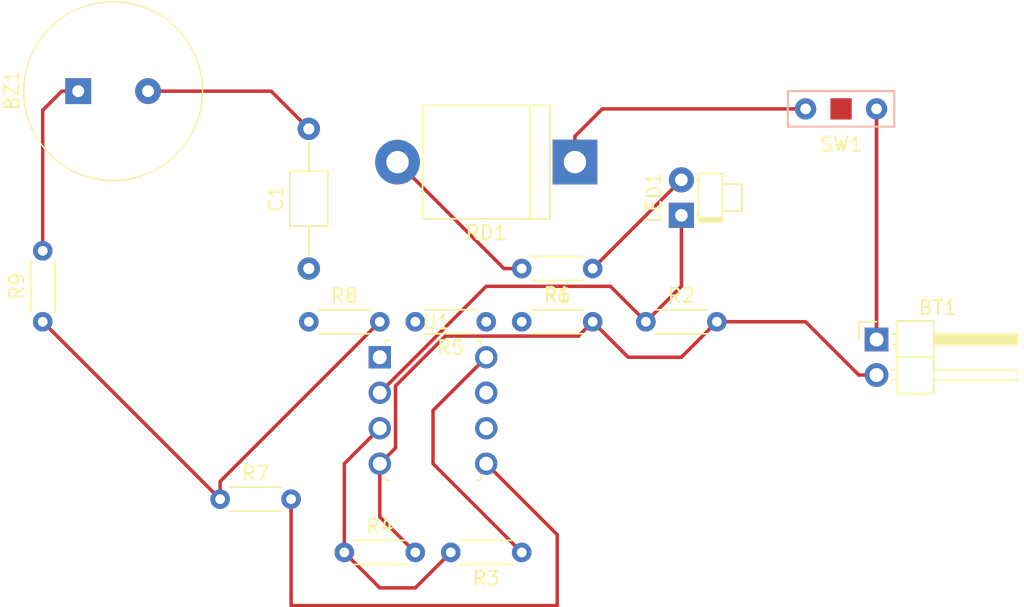
<source format=kicad_pcb>
(kicad_pcb (version 20171130) (host pcbnew "(5.0.0)")

  (general
    (thickness 1.6)
    (drawings 0)
    (tracks 49)
    (zones 0)
    (modules 16)
    (nets 13)
  )

  (page A4)
  (layers
    (0 F.Cu power)
    (31 B.Cu power)
    (32 B.Adhes user)
    (33 F.Adhes user)
    (34 B.Paste user)
    (35 F.Paste user)
    (36 B.SilkS user)
    (37 F.SilkS user)
    (38 B.Mask user)
    (39 F.Mask user)
    (40 Dwgs.User user)
    (41 Cmts.User user)
    (42 Eco1.User user)
    (43 Eco2.User user)
    (44 Edge.Cuts user)
    (45 Margin user)
    (46 B.CrtYd user)
    (47 F.CrtYd user)
    (48 B.Fab user)
    (49 F.Fab user)
  )

  (setup
    (last_trace_width 0.25)
    (trace_clearance 0.2)
    (zone_clearance 0.508)
    (zone_45_only no)
    (trace_min 0.2)
    (segment_width 0.2)
    (edge_width 0.15)
    (via_size 0.6)
    (via_drill 0.4)
    (via_min_size 0.4)
    (via_min_drill 0.3)
    (uvia_size 0.3)
    (uvia_drill 0.1)
    (uvias_allowed no)
    (uvia_min_size 0.2)
    (uvia_min_drill 0.1)
    (pcb_text_width 0.3)
    (pcb_text_size 1.5 1.5)
    (mod_edge_width 0.15)
    (mod_text_size 1 1)
    (mod_text_width 0.15)
    (pad_size 1.524 1.524)
    (pad_drill 0.762)
    (pad_to_mask_clearance 0.2)
    (aux_axis_origin 0 0)
    (visible_elements 7FFFFFFF)
    (pcbplotparams
      (layerselection 0x00030_80000001)
      (usegerberextensions false)
      (usegerberattributes false)
      (usegerberadvancedattributes false)
      (creategerberjobfile false)
      (excludeedgelayer true)
      (linewidth 0.100000)
      (plotframeref false)
      (viasonmask false)
      (mode 1)
      (useauxorigin false)
      (hpglpennumber 1)
      (hpglpenspeed 20)
      (hpglpendiameter 15.000000)
      (psnegative false)
      (psa4output false)
      (plotreference true)
      (plotvalue true)
      (plotinvisibletext false)
      (padsonsilk false)
      (subtractmaskfromsilk false)
      (outputformat 1)
      (mirror false)
      (drillshape 0)
      (scaleselection 1)
      (outputdirectory ""))
  )

  (net 0 "")
  (net 1 "Net-(BZ1-Pad1)")
  (net 2 GND)
  (net 3 "Net-(R5-Pad2)")
  (net 4 "Net-(LED1-Pad1)")
  (net 5 "Net-(R3-Pad2)")
  (net 6 "Net-(R5-Pad1)")
  (net 7 "Net-(C1-Pad1)")
  (net 8 +9V)
  (net 9 "Net-(LED1-Pad2)")
  (net 10 "Net-(R1-Pad2)")
  (net 11 "Net-(RD1-Pad1)")
  (net 12 /Link)

  (net_class Default "This is the default net class."
    (clearance 0.2)
    (trace_width 0.25)
    (via_dia 0.6)
    (via_drill 0.4)
    (uvia_dia 0.3)
    (uvia_drill 0.1)
    (add_net +9V)
    (add_net /Link)
    (add_net GND)
    (add_net "Net-(BZ1-Pad1)")
    (add_net "Net-(C1-Pad1)")
    (add_net "Net-(LED1-Pad1)")
    (add_net "Net-(LED1-Pad2)")
    (add_net "Net-(R1-Pad2)")
    (add_net "Net-(R3-Pad2)")
    (add_net "Net-(R5-Pad1)")
    (add_net "Net-(R5-Pad2)")
    (add_net "Net-(RD1-Pad1)")
  )

  (module Pin_Headers:Pin_Header_Angled_1x02_Pitch2.54mm (layer F.Cu) (tedit 59650532) (tstamp 5B3E79B5)
    (at 182.88 110.49)
    (descr "Through hole angled pin header, 1x02, 2.54mm pitch, 6mm pin length, single row")
    (tags "Through hole angled pin header THT 1x02 2.54mm single row")
    (path /5B1A0D05)
    (fp_text reference BT1 (at 4.385 -2.27) (layer F.SilkS)
      (effects (font (size 1 1) (thickness 0.15)))
    )
    (fp_text value Battery (at 4.385 4.81) (layer F.Fab)
      (effects (font (size 1 1) (thickness 0.15)))
    )
    (fp_line (start 2.135 -1.27) (end 4.04 -1.27) (layer F.Fab) (width 0.1))
    (fp_line (start 4.04 -1.27) (end 4.04 3.81) (layer F.Fab) (width 0.1))
    (fp_line (start 4.04 3.81) (end 1.5 3.81) (layer F.Fab) (width 0.1))
    (fp_line (start 1.5 3.81) (end 1.5 -0.635) (layer F.Fab) (width 0.1))
    (fp_line (start 1.5 -0.635) (end 2.135 -1.27) (layer F.Fab) (width 0.1))
    (fp_line (start -0.32 -0.32) (end 1.5 -0.32) (layer F.Fab) (width 0.1))
    (fp_line (start -0.32 -0.32) (end -0.32 0.32) (layer F.Fab) (width 0.1))
    (fp_line (start -0.32 0.32) (end 1.5 0.32) (layer F.Fab) (width 0.1))
    (fp_line (start 4.04 -0.32) (end 10.04 -0.32) (layer F.Fab) (width 0.1))
    (fp_line (start 10.04 -0.32) (end 10.04 0.32) (layer F.Fab) (width 0.1))
    (fp_line (start 4.04 0.32) (end 10.04 0.32) (layer F.Fab) (width 0.1))
    (fp_line (start -0.32 2.22) (end 1.5 2.22) (layer F.Fab) (width 0.1))
    (fp_line (start -0.32 2.22) (end -0.32 2.86) (layer F.Fab) (width 0.1))
    (fp_line (start -0.32 2.86) (end 1.5 2.86) (layer F.Fab) (width 0.1))
    (fp_line (start 4.04 2.22) (end 10.04 2.22) (layer F.Fab) (width 0.1))
    (fp_line (start 10.04 2.22) (end 10.04 2.86) (layer F.Fab) (width 0.1))
    (fp_line (start 4.04 2.86) (end 10.04 2.86) (layer F.Fab) (width 0.1))
    (fp_line (start 1.44 -1.33) (end 1.44 3.87) (layer F.SilkS) (width 0.12))
    (fp_line (start 1.44 3.87) (end 4.1 3.87) (layer F.SilkS) (width 0.12))
    (fp_line (start 4.1 3.87) (end 4.1 -1.33) (layer F.SilkS) (width 0.12))
    (fp_line (start 4.1 -1.33) (end 1.44 -1.33) (layer F.SilkS) (width 0.12))
    (fp_line (start 4.1 -0.38) (end 10.1 -0.38) (layer F.SilkS) (width 0.12))
    (fp_line (start 10.1 -0.38) (end 10.1 0.38) (layer F.SilkS) (width 0.12))
    (fp_line (start 10.1 0.38) (end 4.1 0.38) (layer F.SilkS) (width 0.12))
    (fp_line (start 4.1 -0.32) (end 10.1 -0.32) (layer F.SilkS) (width 0.12))
    (fp_line (start 4.1 -0.2) (end 10.1 -0.2) (layer F.SilkS) (width 0.12))
    (fp_line (start 4.1 -0.08) (end 10.1 -0.08) (layer F.SilkS) (width 0.12))
    (fp_line (start 4.1 0.04) (end 10.1 0.04) (layer F.SilkS) (width 0.12))
    (fp_line (start 4.1 0.16) (end 10.1 0.16) (layer F.SilkS) (width 0.12))
    (fp_line (start 4.1 0.28) (end 10.1 0.28) (layer F.SilkS) (width 0.12))
    (fp_line (start 1.11 -0.38) (end 1.44 -0.38) (layer F.SilkS) (width 0.12))
    (fp_line (start 1.11 0.38) (end 1.44 0.38) (layer F.SilkS) (width 0.12))
    (fp_line (start 1.44 1.27) (end 4.1 1.27) (layer F.SilkS) (width 0.12))
    (fp_line (start 4.1 2.16) (end 10.1 2.16) (layer F.SilkS) (width 0.12))
    (fp_line (start 10.1 2.16) (end 10.1 2.92) (layer F.SilkS) (width 0.12))
    (fp_line (start 10.1 2.92) (end 4.1 2.92) (layer F.SilkS) (width 0.12))
    (fp_line (start 1.042929 2.16) (end 1.44 2.16) (layer F.SilkS) (width 0.12))
    (fp_line (start 1.042929 2.92) (end 1.44 2.92) (layer F.SilkS) (width 0.12))
    (fp_line (start -1.27 0) (end -1.27 -1.27) (layer F.SilkS) (width 0.12))
    (fp_line (start -1.27 -1.27) (end 0 -1.27) (layer F.SilkS) (width 0.12))
    (fp_line (start -1.8 -1.8) (end -1.8 4.35) (layer F.CrtYd) (width 0.05))
    (fp_line (start -1.8 4.35) (end 10.55 4.35) (layer F.CrtYd) (width 0.05))
    (fp_line (start 10.55 4.35) (end 10.55 -1.8) (layer F.CrtYd) (width 0.05))
    (fp_line (start 10.55 -1.8) (end -1.8 -1.8) (layer F.CrtYd) (width 0.05))
    (fp_text user %R (at 2.77 1.27 90) (layer F.Fab)
      (effects (font (size 1 1) (thickness 0.15)))
    )
    (pad 1 thru_hole rect (at 0 0) (size 1.7 1.7) (drill 1) (layers *.Cu *.Mask)
      (net 8 +9V))
    (pad 2 thru_hole oval (at 0 2.54) (size 1.7 1.7) (drill 1) (layers *.Cu *.Mask)
      (net 2 GND))
    (model ${KISYS3DMOD}/Pin_Headers.3dshapes/Pin_Header_Angled_1x02_Pitch2.54mm.wrl
      (at (xyz 0 0 0))
      (scale (xyz 1 1 1))
      (rotate (xyz 0 0 0))
    )
  )

  (module digikey-footprints:Piezo_Transducer_THT_PS1240P02BT (layer F.Cu) (tedit 59D244F6) (tstamp 5B3E79BB)
    (at 125.73 92.71 90)
    (path /5AE1D2D9)
    (fp_text reference BZ1 (at 0.075 -4.75 90) (layer F.SilkS)
      (effects (font (size 1 1) (thickness 0.15)))
    )
    (fp_text value PS1240P02BT (at 0.575 9.825 90) (layer F.Fab)
      (effects (font (size 1 1) (thickness 0.15)))
    )
    (fp_circle (center 0 2.5) (end 0 8.9) (layer F.SilkS) (width 0.1))
    (fp_text user %R (at -0.1 2.75 90) (layer F.Fab)
      (effects (font (size 1 1) (thickness 0.15)))
    )
    (fp_circle (center 0 2.5) (end 0 9) (layer F.CrtYd) (width 0.05))
    (fp_circle (center 0 2.5) (end 0 8.75) (layer F.Fab) (width 0.1))
    (pad 1 thru_hole rect (at 0 0 90) (size 1.85 1.85) (drill 0.85) (layers *.Cu *.Mask)
      (net 1 "Net-(BZ1-Pad1)"))
    (pad 2 thru_hole circle (at 0 5 90) (size 1.85 1.85) (drill 0.85) (layers *.Cu *.Mask)
      (net 2 GND))
  )

  (module Capacitors_THT:C_Axial_L3.8mm_D2.6mm_P10.00mm_Horizontal (layer F.Cu) (tedit 597BC7C2) (tstamp 5B3E79C1)
    (at 142.24 105.41 90)
    (descr "C, Axial series, Axial, Horizontal, pin pitch=10mm, , length*diameter=3.8*2.6mm^2, http://www.vishay.com/docs/45231/arseries.pdf")
    (tags "C Axial series Axial Horizontal pin pitch 10mm  length 3.8mm diameter 2.6mm")
    (path /5AE1D652)
    (fp_text reference C1 (at 5 -2.36 90) (layer F.SilkS)
      (effects (font (size 1 1) (thickness 0.15)))
    )
    (fp_text value 15n (at 5 2.36 90) (layer F.Fab)
      (effects (font (size 1 1) (thickness 0.15)))
    )
    (fp_line (start 3.1 -1.3) (end 3.1 1.3) (layer F.Fab) (width 0.1))
    (fp_line (start 3.1 1.3) (end 6.9 1.3) (layer F.Fab) (width 0.1))
    (fp_line (start 6.9 1.3) (end 6.9 -1.3) (layer F.Fab) (width 0.1))
    (fp_line (start 6.9 -1.3) (end 3.1 -1.3) (layer F.Fab) (width 0.1))
    (fp_line (start 0 0) (end 3.1 0) (layer F.Fab) (width 0.1))
    (fp_line (start 10 0) (end 6.9 0) (layer F.Fab) (width 0.1))
    (fp_line (start 3.04 -1.36) (end 3.04 1.36) (layer F.SilkS) (width 0.12))
    (fp_line (start 3.04 1.36) (end 6.96 1.36) (layer F.SilkS) (width 0.12))
    (fp_line (start 6.96 1.36) (end 6.96 -1.36) (layer F.SilkS) (width 0.12))
    (fp_line (start 6.96 -1.36) (end 3.04 -1.36) (layer F.SilkS) (width 0.12))
    (fp_line (start 0.98 0) (end 3.04 0) (layer F.SilkS) (width 0.12))
    (fp_line (start 9.02 0) (end 6.96 0) (layer F.SilkS) (width 0.12))
    (fp_line (start -1.05 -1.65) (end -1.05 1.65) (layer F.CrtYd) (width 0.05))
    (fp_line (start -1.05 1.65) (end 11.05 1.65) (layer F.CrtYd) (width 0.05))
    (fp_line (start 11.05 1.65) (end 11.05 -1.65) (layer F.CrtYd) (width 0.05))
    (fp_line (start 11.05 -1.65) (end -1.05 -1.65) (layer F.CrtYd) (width 0.05))
    (fp_text user %R (at 5 0 90) (layer F.Fab)
      (effects (font (size 1 1) (thickness 0.15)))
    )
    (pad 1 thru_hole circle (at 0 0 90) (size 1.6 1.6) (drill 0.8) (layers *.Cu *.Mask)
      (net 7 "Net-(C1-Pad1)"))
    (pad 2 thru_hole oval (at 10 0 90) (size 1.6 1.6) (drill 0.8) (layers *.Cu *.Mask)
      (net 2 GND))
    (model ${KISYS3DMOD}/Capacitors_THT.3dshapes/C_Axial_L3.8mm_D2.6mm_P10.00mm_Horizontal.wrl
      (at (xyz 0 0 0))
      (scale (xyz 1 1 1))
      (rotate (xyz 0 0 0))
    )
  )

  (module LEDs:LED_D1.8mm_W1.8mm_H2.4mm_Horizontal_O1.27mm_Z1.6mm (layer F.Cu) (tedit 5880A863) (tstamp 5B3E79CD)
    (at 168.91 101.6 90)
    (descr "LED, ,  diameter 1.8mm size 1.8x2.4mm^2 z-position of LED center 1.6mm, 2 pins")
    (tags "LED   diameter 1.8mm size 1.8x2.4mm^2 z-position of LED center 1.6mm 2 pins")
    (path /5AD744BB)
    (fp_text reference LED1 (at 1.27 -1.96 90) (layer F.SilkS)
      (effects (font (size 1 1) (thickness 0.15)))
    )
    (fp_text value LED (at 1.27 5.33 90) (layer F.Fab)
      (effects (font (size 1 1) (thickness 0.15)))
    )
    (fp_line (start -0.38 1.27) (end -0.38 2.87) (layer F.Fab) (width 0.1))
    (fp_line (start -0.38 2.87) (end 2.92 2.87) (layer F.Fab) (width 0.1))
    (fp_line (start 2.92 2.87) (end 2.92 1.27) (layer F.Fab) (width 0.1))
    (fp_line (start 2.92 1.27) (end -0.38 1.27) (layer F.Fab) (width 0.1))
    (fp_line (start 0.37 2.87) (end 0.37 4.27) (layer F.Fab) (width 0.1))
    (fp_line (start 0.37 4.27) (end 2.17 4.27) (layer F.Fab) (width 0.1))
    (fp_line (start 2.17 4.27) (end 2.17 2.87) (layer F.Fab) (width 0.1))
    (fp_line (start 2.17 2.87) (end 0.37 2.87) (layer F.Fab) (width 0.1))
    (fp_line (start 0 0) (end 0 1.27) (layer F.Fab) (width 0.1))
    (fp_line (start 0 1.27) (end 0 1.27) (layer F.Fab) (width 0.1))
    (fp_line (start 0 1.27) (end 0 0) (layer F.Fab) (width 0.1))
    (fp_line (start 0 0) (end 0 0) (layer F.Fab) (width 0.1))
    (fp_line (start 2.54 0) (end 2.54 1.27) (layer F.Fab) (width 0.1))
    (fp_line (start 2.54 1.27) (end 2.54 1.27) (layer F.Fab) (width 0.1))
    (fp_line (start 2.54 1.27) (end 2.54 0) (layer F.Fab) (width 0.1))
    (fp_line (start 2.54 0) (end 2.54 0) (layer F.Fab) (width 0.1))
    (fp_line (start -0.44 1.21) (end -0.44 2.93) (layer F.SilkS) (width 0.12))
    (fp_line (start -0.44 2.93) (end 2.98 2.93) (layer F.SilkS) (width 0.12))
    (fp_line (start 2.98 2.93) (end 2.98 1.21) (layer F.SilkS) (width 0.12))
    (fp_line (start 2.98 1.21) (end -0.44 1.21) (layer F.SilkS) (width 0.12))
    (fp_line (start -0.32 1.21) (end -0.32 2.93) (layer F.SilkS) (width 0.12))
    (fp_line (start -0.2 1.21) (end -0.2 2.93) (layer F.SilkS) (width 0.12))
    (fp_line (start 0.31 2.93) (end 0.31 4.33) (layer F.SilkS) (width 0.12))
    (fp_line (start 0.31 4.33) (end 2.23 4.33) (layer F.SilkS) (width 0.12))
    (fp_line (start 2.23 4.33) (end 2.23 2.93) (layer F.SilkS) (width 0.12))
    (fp_line (start 2.23 2.93) (end 0.31 2.93) (layer F.SilkS) (width 0.12))
    (fp_line (start 0 1.08) (end 0 1.21) (layer F.SilkS) (width 0.12))
    (fp_line (start 0 1.21) (end 0 1.21) (layer F.SilkS) (width 0.12))
    (fp_line (start 0 1.21) (end 0 1.08) (layer F.SilkS) (width 0.12))
    (fp_line (start 0 1.08) (end 0 1.08) (layer F.SilkS) (width 0.12))
    (fp_line (start 2.54 1.08) (end 2.54 1.21) (layer F.SilkS) (width 0.12))
    (fp_line (start 2.54 1.21) (end 2.54 1.21) (layer F.SilkS) (width 0.12))
    (fp_line (start 2.54 1.21) (end 2.54 1.08) (layer F.SilkS) (width 0.12))
    (fp_line (start 2.54 1.08) (end 2.54 1.08) (layer F.SilkS) (width 0.12))
    (fp_line (start -1.25 -1.25) (end -1.25 4.6) (layer F.CrtYd) (width 0.05))
    (fp_line (start -1.25 4.6) (end 3.75 4.6) (layer F.CrtYd) (width 0.05))
    (fp_line (start 3.75 4.6) (end 3.75 -1.25) (layer F.CrtYd) (width 0.05))
    (fp_line (start 3.75 -1.25) (end -1.25 -1.25) (layer F.CrtYd) (width 0.05))
    (pad 1 thru_hole rect (at 0 0 90) (size 1.8 1.8) (drill 0.9) (layers *.Cu *.Mask)
      (net 4 "Net-(LED1-Pad1)"))
    (pad 2 thru_hole circle (at 2.54 0 90) (size 1.8 1.8) (drill 0.9) (layers *.Cu *.Mask)
      (net 9 "Net-(LED1-Pad2)"))
    (model ${KISYS3DMOD}/LEDs.3dshapes/LED_D1.8mm_W1.8mm_H2.4mm_Horizontal_O1.27mm_Z1.6mm.wrl
      (at (xyz 0 0 0))
      (scale (xyz 0.393701 0.393701 0.393701))
      (rotate (xyz 0 0 0))
    )
  )

  (module Resistors_THT:R_Axial_DIN0204_L3.6mm_D1.6mm_P5.08mm_Horizontal (layer F.Cu) (tedit 5874F706) (tstamp 5B3E79D3)
    (at 162.56 105.41 180)
    (descr "Resistor, Axial_DIN0204 series, Axial, Horizontal, pin pitch=5.08mm, 0.16666666666666666W = 1/6W, length*diameter=3.6*1.6mm^2, http://cdn-reichelt.de/documents/datenblatt/B400/1_4W%23YAG.pdf")
    (tags "Resistor Axial_DIN0204 series Axial Horizontal pin pitch 5.08mm 0.16666666666666666W = 1/6W length 3.6mm diameter 1.6mm")
    (path /5AD744F4)
    (fp_text reference R1 (at 2.54 -1.86 180) (layer F.SilkS)
      (effects (font (size 1 1) (thickness 0.15)))
    )
    (fp_text value 6K8 (at 2.54 1.86 180) (layer F.Fab)
      (effects (font (size 1 1) (thickness 0.15)))
    )
    (fp_line (start 0.74 -0.8) (end 0.74 0.8) (layer F.Fab) (width 0.1))
    (fp_line (start 0.74 0.8) (end 4.34 0.8) (layer F.Fab) (width 0.1))
    (fp_line (start 4.34 0.8) (end 4.34 -0.8) (layer F.Fab) (width 0.1))
    (fp_line (start 4.34 -0.8) (end 0.74 -0.8) (layer F.Fab) (width 0.1))
    (fp_line (start 0 0) (end 0.74 0) (layer F.Fab) (width 0.1))
    (fp_line (start 5.08 0) (end 4.34 0) (layer F.Fab) (width 0.1))
    (fp_line (start 0.68 -0.86) (end 4.4 -0.86) (layer F.SilkS) (width 0.12))
    (fp_line (start 0.68 0.86) (end 4.4 0.86) (layer F.SilkS) (width 0.12))
    (fp_line (start -0.95 -1.15) (end -0.95 1.15) (layer F.CrtYd) (width 0.05))
    (fp_line (start -0.95 1.15) (end 6.05 1.15) (layer F.CrtYd) (width 0.05))
    (fp_line (start 6.05 1.15) (end 6.05 -1.15) (layer F.CrtYd) (width 0.05))
    (fp_line (start 6.05 -1.15) (end -0.95 -1.15) (layer F.CrtYd) (width 0.05))
    (pad 1 thru_hole circle (at 0 0 180) (size 1.4 1.4) (drill 0.7) (layers *.Cu *.Mask)
      (net 9 "Net-(LED1-Pad2)"))
    (pad 2 thru_hole oval (at 5.08 0 180) (size 1.4 1.4) (drill 0.7) (layers *.Cu *.Mask)
      (net 10 "Net-(R1-Pad2)"))
    (model ${KISYS3DMOD}/Resistors_THT.3dshapes/R_Axial_DIN0204_L3.6mm_D1.6mm_P5.08mm_Horizontal.wrl
      (at (xyz 0 0 0))
      (scale (xyz 0.393701 0.393701 0.393701))
      (rotate (xyz 0 0 0))
    )
  )

  (module Resistors_THT:R_Axial_DIN0204_L3.6mm_D1.6mm_P5.08mm_Horizontal (layer F.Cu) (tedit 5874F706) (tstamp 5B3E79D9)
    (at 166.37 109.22)
    (descr "Resistor, Axial_DIN0204 series, Axial, Horizontal, pin pitch=5.08mm, 0.16666666666666666W = 1/6W, length*diameter=3.6*1.6mm^2, http://cdn-reichelt.de/documents/datenblatt/B400/1_4W%23YAG.pdf")
    (tags "Resistor Axial_DIN0204 series Axial Horizontal pin pitch 5.08mm 0.16666666666666666W = 1/6W length 3.6mm diameter 1.6mm")
    (path /5AD8934C)
    (fp_text reference R2 (at 2.54 -1.86) (layer F.SilkS)
      (effects (font (size 1 1) (thickness 0.15)))
    )
    (fp_text value 47R (at 2.54 1.86) (layer F.Fab)
      (effects (font (size 1 1) (thickness 0.15)))
    )
    (fp_line (start 0.74 -0.8) (end 0.74 0.8) (layer F.Fab) (width 0.1))
    (fp_line (start 0.74 0.8) (end 4.34 0.8) (layer F.Fab) (width 0.1))
    (fp_line (start 4.34 0.8) (end 4.34 -0.8) (layer F.Fab) (width 0.1))
    (fp_line (start 4.34 -0.8) (end 0.74 -0.8) (layer F.Fab) (width 0.1))
    (fp_line (start 0 0) (end 0.74 0) (layer F.Fab) (width 0.1))
    (fp_line (start 5.08 0) (end 4.34 0) (layer F.Fab) (width 0.1))
    (fp_line (start 0.68 -0.86) (end 4.4 -0.86) (layer F.SilkS) (width 0.12))
    (fp_line (start 0.68 0.86) (end 4.4 0.86) (layer F.SilkS) (width 0.12))
    (fp_line (start -0.95 -1.15) (end -0.95 1.15) (layer F.CrtYd) (width 0.05))
    (fp_line (start -0.95 1.15) (end 6.05 1.15) (layer F.CrtYd) (width 0.05))
    (fp_line (start 6.05 1.15) (end 6.05 -1.15) (layer F.CrtYd) (width 0.05))
    (fp_line (start 6.05 -1.15) (end -0.95 -1.15) (layer F.CrtYd) (width 0.05))
    (pad 1 thru_hole circle (at 0 0) (size 1.4 1.4) (drill 0.7) (layers *.Cu *.Mask)
      (net 4 "Net-(LED1-Pad1)"))
    (pad 2 thru_hole oval (at 5.08 0) (size 1.4 1.4) (drill 0.7) (layers *.Cu *.Mask)
      (net 2 GND))
    (model ${KISYS3DMOD}/Resistors_THT.3dshapes/R_Axial_DIN0204_L3.6mm_D1.6mm_P5.08mm_Horizontal.wrl
      (at (xyz 0 0 0))
      (scale (xyz 0.393701 0.393701 0.393701))
      (rotate (xyz 0 0 0))
    )
  )

  (module Resistors_THT:R_Axial_DIN0204_L3.6mm_D1.6mm_P5.08mm_Horizontal (layer F.Cu) (tedit 5874F706) (tstamp 5B3E79DF)
    (at 157.48 125.73 180)
    (descr "Resistor, Axial_DIN0204 series, Axial, Horizontal, pin pitch=5.08mm, 0.16666666666666666W = 1/6W, length*diameter=3.6*1.6mm^2, http://cdn-reichelt.de/documents/datenblatt/B400/1_4W%23YAG.pdf")
    (tags "Resistor Axial_DIN0204 series Axial Horizontal pin pitch 5.08mm 0.16666666666666666W = 1/6W length 3.6mm diameter 1.6mm")
    (path /5AD74539)
    (fp_text reference R3 (at 2.54 -1.86 180) (layer F.SilkS)
      (effects (font (size 1 1) (thickness 0.15)))
    )
    (fp_text value 150K (at 2.54 1.86 180) (layer F.Fab)
      (effects (font (size 1 1) (thickness 0.15)))
    )
    (fp_line (start 0.74 -0.8) (end 0.74 0.8) (layer F.Fab) (width 0.1))
    (fp_line (start 0.74 0.8) (end 4.34 0.8) (layer F.Fab) (width 0.1))
    (fp_line (start 4.34 0.8) (end 4.34 -0.8) (layer F.Fab) (width 0.1))
    (fp_line (start 4.34 -0.8) (end 0.74 -0.8) (layer F.Fab) (width 0.1))
    (fp_line (start 0 0) (end 0.74 0) (layer F.Fab) (width 0.1))
    (fp_line (start 5.08 0) (end 4.34 0) (layer F.Fab) (width 0.1))
    (fp_line (start 0.68 -0.86) (end 4.4 -0.86) (layer F.SilkS) (width 0.12))
    (fp_line (start 0.68 0.86) (end 4.4 0.86) (layer F.SilkS) (width 0.12))
    (fp_line (start -0.95 -1.15) (end -0.95 1.15) (layer F.CrtYd) (width 0.05))
    (fp_line (start -0.95 1.15) (end 6.05 1.15) (layer F.CrtYd) (width 0.05))
    (fp_line (start 6.05 1.15) (end 6.05 -1.15) (layer F.CrtYd) (width 0.05))
    (fp_line (start 6.05 -1.15) (end -0.95 -1.15) (layer F.CrtYd) (width 0.05))
    (pad 1 thru_hole circle (at 0 0 180) (size 1.4 1.4) (drill 0.7) (layers *.Cu *.Mask)
      (net 10 "Net-(R1-Pad2)"))
    (pad 2 thru_hole oval (at 5.08 0 180) (size 1.4 1.4) (drill 0.7) (layers *.Cu *.Mask)
      (net 5 "Net-(R3-Pad2)"))
    (model ${KISYS3DMOD}/Resistors_THT.3dshapes/R_Axial_DIN0204_L3.6mm_D1.6mm_P5.08mm_Horizontal.wrl
      (at (xyz 0 0 0))
      (scale (xyz 0.393701 0.393701 0.393701))
      (rotate (xyz 0 0 0))
    )
  )

  (module Resistors_THT:R_Axial_DIN0204_L3.6mm_D1.6mm_P5.08mm_Horizontal (layer F.Cu) (tedit 5874F706) (tstamp 5B3E79E5)
    (at 144.78 125.73)
    (descr "Resistor, Axial_DIN0204 series, Axial, Horizontal, pin pitch=5.08mm, 0.16666666666666666W = 1/6W, length*diameter=3.6*1.6mm^2, http://cdn-reichelt.de/documents/datenblatt/B400/1_4W%23YAG.pdf")
    (tags "Resistor Axial_DIN0204 series Axial Horizontal pin pitch 5.08mm 0.16666666666666666W = 1/6W length 3.6mm diameter 1.6mm")
    (path /5AD892E5)
    (fp_text reference R4 (at 2.54 -1.86) (layer F.SilkS)
      (effects (font (size 1 1) (thickness 0.15)))
    )
    (fp_text value 270R (at 2.54 1.86) (layer F.Fab)
      (effects (font (size 1 1) (thickness 0.15)))
    )
    (fp_line (start 0.74 -0.8) (end 0.74 0.8) (layer F.Fab) (width 0.1))
    (fp_line (start 0.74 0.8) (end 4.34 0.8) (layer F.Fab) (width 0.1))
    (fp_line (start 4.34 0.8) (end 4.34 -0.8) (layer F.Fab) (width 0.1))
    (fp_line (start 4.34 -0.8) (end 0.74 -0.8) (layer F.Fab) (width 0.1))
    (fp_line (start 0 0) (end 0.74 0) (layer F.Fab) (width 0.1))
    (fp_line (start 5.08 0) (end 4.34 0) (layer F.Fab) (width 0.1))
    (fp_line (start 0.68 -0.86) (end 4.4 -0.86) (layer F.SilkS) (width 0.12))
    (fp_line (start 0.68 0.86) (end 4.4 0.86) (layer F.SilkS) (width 0.12))
    (fp_line (start -0.95 -1.15) (end -0.95 1.15) (layer F.CrtYd) (width 0.05))
    (fp_line (start -0.95 1.15) (end 6.05 1.15) (layer F.CrtYd) (width 0.05))
    (fp_line (start 6.05 1.15) (end 6.05 -1.15) (layer F.CrtYd) (width 0.05))
    (fp_line (start 6.05 -1.15) (end -0.95 -1.15) (layer F.CrtYd) (width 0.05))
    (pad 1 thru_hole circle (at 0 0) (size 1.4 1.4) (drill 0.7) (layers *.Cu *.Mask)
      (net 5 "Net-(R3-Pad2)"))
    (pad 2 thru_hole oval (at 5.08 0) (size 1.4 1.4) (drill 0.7) (layers *.Cu *.Mask)
      (net 2 GND))
    (model ${KISYS3DMOD}/Resistors_THT.3dshapes/R_Axial_DIN0204_L3.6mm_D1.6mm_P5.08mm_Horizontal.wrl
      (at (xyz 0 0 0))
      (scale (xyz 0.393701 0.393701 0.393701))
      (rotate (xyz 0 0 0))
    )
  )

  (module Resistors_THT:R_Axial_DIN0204_L3.6mm_D1.6mm_P5.08mm_Horizontal (layer F.Cu) (tedit 5874F706) (tstamp 5B3E79EB)
    (at 154.94 109.22 180)
    (descr "Resistor, Axial_DIN0204 series, Axial, Horizontal, pin pitch=5.08mm, 0.16666666666666666W = 1/6W, length*diameter=3.6*1.6mm^2, http://cdn-reichelt.de/documents/datenblatt/B400/1_4W%23YAG.pdf")
    (tags "Resistor Axial_DIN0204 series Axial Horizontal pin pitch 5.08mm 0.16666666666666666W = 1/6W length 3.6mm diameter 1.6mm")
    (path /5AD894E0)
    (fp_text reference R5 (at 2.54 -1.86 180) (layer F.SilkS)
      (effects (font (size 1 1) (thickness 0.15)))
    )
    (fp_text value 10K (at 2.54 1.86 180) (layer F.Fab)
      (effects (font (size 1 1) (thickness 0.15)))
    )
    (fp_line (start 0.74 -0.8) (end 0.74 0.8) (layer F.Fab) (width 0.1))
    (fp_line (start 0.74 0.8) (end 4.34 0.8) (layer F.Fab) (width 0.1))
    (fp_line (start 4.34 0.8) (end 4.34 -0.8) (layer F.Fab) (width 0.1))
    (fp_line (start 4.34 -0.8) (end 0.74 -0.8) (layer F.Fab) (width 0.1))
    (fp_line (start 0 0) (end 0.74 0) (layer F.Fab) (width 0.1))
    (fp_line (start 5.08 0) (end 4.34 0) (layer F.Fab) (width 0.1))
    (fp_line (start 0.68 -0.86) (end 4.4 -0.86) (layer F.SilkS) (width 0.12))
    (fp_line (start 0.68 0.86) (end 4.4 0.86) (layer F.SilkS) (width 0.12))
    (fp_line (start -0.95 -1.15) (end -0.95 1.15) (layer F.CrtYd) (width 0.05))
    (fp_line (start -0.95 1.15) (end 6.05 1.15) (layer F.CrtYd) (width 0.05))
    (fp_line (start 6.05 1.15) (end 6.05 -1.15) (layer F.CrtYd) (width 0.05))
    (fp_line (start 6.05 -1.15) (end -0.95 -1.15) (layer F.CrtYd) (width 0.05))
    (pad 1 thru_hole circle (at 0 0 180) (size 1.4 1.4) (drill 0.7) (layers *.Cu *.Mask)
      (net 6 "Net-(R5-Pad1)"))
    (pad 2 thru_hole oval (at 5.08 0 180) (size 1.4 1.4) (drill 0.7) (layers *.Cu *.Mask)
      (net 3 "Net-(R5-Pad2)"))
    (model ${KISYS3DMOD}/Resistors_THT.3dshapes/R_Axial_DIN0204_L3.6mm_D1.6mm_P5.08mm_Horizontal.wrl
      (at (xyz 0 0 0))
      (scale (xyz 0.393701 0.393701 0.393701))
      (rotate (xyz 0 0 0))
    )
  )

  (module Resistors_THT:R_Axial_DIN0204_L3.6mm_D1.6mm_P5.08mm_Horizontal (layer F.Cu) (tedit 5874F706) (tstamp 5B3E79F1)
    (at 157.48 109.22)
    (descr "Resistor, Axial_DIN0204 series, Axial, Horizontal, pin pitch=5.08mm, 0.16666666666666666W = 1/6W, length*diameter=3.6*1.6mm^2, http://cdn-reichelt.de/documents/datenblatt/B400/1_4W%23YAG.pdf")
    (tags "Resistor Axial_DIN0204 series Axial Horizontal pin pitch 5.08mm 0.16666666666666666W = 1/6W length 3.6mm diameter 1.6mm")
    (path /5AD8946B)
    (fp_text reference R6 (at 2.54 -1.86) (layer F.SilkS)
      (effects (font (size 1 1) (thickness 0.15)))
    )
    (fp_text value 10K (at 2.54 1.86) (layer F.Fab)
      (effects (font (size 1 1) (thickness 0.15)))
    )
    (fp_line (start 0.74 -0.8) (end 0.74 0.8) (layer F.Fab) (width 0.1))
    (fp_line (start 0.74 0.8) (end 4.34 0.8) (layer F.Fab) (width 0.1))
    (fp_line (start 4.34 0.8) (end 4.34 -0.8) (layer F.Fab) (width 0.1))
    (fp_line (start 4.34 -0.8) (end 0.74 -0.8) (layer F.Fab) (width 0.1))
    (fp_line (start 0 0) (end 0.74 0) (layer F.Fab) (width 0.1))
    (fp_line (start 5.08 0) (end 4.34 0) (layer F.Fab) (width 0.1))
    (fp_line (start 0.68 -0.86) (end 4.4 -0.86) (layer F.SilkS) (width 0.12))
    (fp_line (start 0.68 0.86) (end 4.4 0.86) (layer F.SilkS) (width 0.12))
    (fp_line (start -0.95 -1.15) (end -0.95 1.15) (layer F.CrtYd) (width 0.05))
    (fp_line (start -0.95 1.15) (end 6.05 1.15) (layer F.CrtYd) (width 0.05))
    (fp_line (start 6.05 1.15) (end 6.05 -1.15) (layer F.CrtYd) (width 0.05))
    (fp_line (start 6.05 -1.15) (end -0.95 -1.15) (layer F.CrtYd) (width 0.05))
    (pad 1 thru_hole circle (at 0 0) (size 1.4 1.4) (drill 0.7) (layers *.Cu *.Mask)
      (net 6 "Net-(R5-Pad1)"))
    (pad 2 thru_hole oval (at 5.08 0) (size 1.4 1.4) (drill 0.7) (layers *.Cu *.Mask)
      (net 2 GND))
    (model ${KISYS3DMOD}/Resistors_THT.3dshapes/R_Axial_DIN0204_L3.6mm_D1.6mm_P5.08mm_Horizontal.wrl
      (at (xyz 0 0 0))
      (scale (xyz 0.393701 0.393701 0.393701))
      (rotate (xyz 0 0 0))
    )
  )

  (module Resistors_THT:R_Axial_DIN0204_L3.6mm_D1.6mm_P5.08mm_Horizontal (layer F.Cu) (tedit 5874F706) (tstamp 5B3E79F7)
    (at 135.89 121.92)
    (descr "Resistor, Axial_DIN0204 series, Axial, Horizontal, pin pitch=5.08mm, 0.16666666666666666W = 1/6W, length*diameter=3.6*1.6mm^2, http://cdn-reichelt.de/documents/datenblatt/B400/1_4W%23YAG.pdf")
    (tags "Resistor Axial_DIN0204 series Axial Horizontal pin pitch 5.08mm 0.16666666666666666W = 1/6W length 3.6mm diameter 1.6mm")
    (path /5AD893BF)
    (fp_text reference R7 (at 2.54 -1.86) (layer F.SilkS)
      (effects (font (size 1 1) (thickness 0.15)))
    )
    (fp_text value 100K (at 2.54 1.86) (layer F.Fab)
      (effects (font (size 1 1) (thickness 0.15)))
    )
    (fp_line (start 0.74 -0.8) (end 0.74 0.8) (layer F.Fab) (width 0.1))
    (fp_line (start 0.74 0.8) (end 4.34 0.8) (layer F.Fab) (width 0.1))
    (fp_line (start 4.34 0.8) (end 4.34 -0.8) (layer F.Fab) (width 0.1))
    (fp_line (start 4.34 -0.8) (end 0.74 -0.8) (layer F.Fab) (width 0.1))
    (fp_line (start 0 0) (end 0.74 0) (layer F.Fab) (width 0.1))
    (fp_line (start 5.08 0) (end 4.34 0) (layer F.Fab) (width 0.1))
    (fp_line (start 0.68 -0.86) (end 4.4 -0.86) (layer F.SilkS) (width 0.12))
    (fp_line (start 0.68 0.86) (end 4.4 0.86) (layer F.SilkS) (width 0.12))
    (fp_line (start -0.95 -1.15) (end -0.95 1.15) (layer F.CrtYd) (width 0.05))
    (fp_line (start -0.95 1.15) (end 6.05 1.15) (layer F.CrtYd) (width 0.05))
    (fp_line (start 6.05 1.15) (end 6.05 -1.15) (layer F.CrtYd) (width 0.05))
    (fp_line (start 6.05 -1.15) (end -0.95 -1.15) (layer F.CrtYd) (width 0.05))
    (pad 1 thru_hole circle (at 0 0) (size 1.4 1.4) (drill 0.7) (layers *.Cu *.Mask)
      (net 12 /Link))
    (pad 2 thru_hole oval (at 5.08 0) (size 1.4 1.4) (drill 0.7) (layers *.Cu *.Mask)
      (net 6 "Net-(R5-Pad1)"))
    (model ${KISYS3DMOD}/Resistors_THT.3dshapes/R_Axial_DIN0204_L3.6mm_D1.6mm_P5.08mm_Horizontal.wrl
      (at (xyz 0 0 0))
      (scale (xyz 0.393701 0.393701 0.393701))
      (rotate (xyz 0 0 0))
    )
  )

  (module Resistors_THT:R_Axial_DIN0204_L3.6mm_D1.6mm_P5.08mm_Horizontal (layer F.Cu) (tedit 5874F706) (tstamp 5B3E79FD)
    (at 142.24 109.22)
    (descr "Resistor, Axial_DIN0204 series, Axial, Horizontal, pin pitch=5.08mm, 0.16666666666666666W = 1/6W, length*diameter=3.6*1.6mm^2, http://cdn-reichelt.de/documents/datenblatt/B400/1_4W%23YAG.pdf")
    (tags "Resistor Axial_DIN0204 series Axial Horizontal pin pitch 5.08mm 0.16666666666666666W = 1/6W length 3.6mm diameter 1.6mm")
    (path /5AD8985A)
    (fp_text reference R8 (at 2.54 -1.86) (layer F.SilkS)
      (effects (font (size 1 1) (thickness 0.15)))
    )
    (fp_text value R100K (at 2.54 1.86) (layer F.Fab)
      (effects (font (size 1 1) (thickness 0.15)))
    )
    (fp_line (start 0.74 -0.8) (end 0.74 0.8) (layer F.Fab) (width 0.1))
    (fp_line (start 0.74 0.8) (end 4.34 0.8) (layer F.Fab) (width 0.1))
    (fp_line (start 4.34 0.8) (end 4.34 -0.8) (layer F.Fab) (width 0.1))
    (fp_line (start 4.34 -0.8) (end 0.74 -0.8) (layer F.Fab) (width 0.1))
    (fp_line (start 0 0) (end 0.74 0) (layer F.Fab) (width 0.1))
    (fp_line (start 5.08 0) (end 4.34 0) (layer F.Fab) (width 0.1))
    (fp_line (start 0.68 -0.86) (end 4.4 -0.86) (layer F.SilkS) (width 0.12))
    (fp_line (start 0.68 0.86) (end 4.4 0.86) (layer F.SilkS) (width 0.12))
    (fp_line (start -0.95 -1.15) (end -0.95 1.15) (layer F.CrtYd) (width 0.05))
    (fp_line (start -0.95 1.15) (end 6.05 1.15) (layer F.CrtYd) (width 0.05))
    (fp_line (start 6.05 1.15) (end 6.05 -1.15) (layer F.CrtYd) (width 0.05))
    (fp_line (start 6.05 -1.15) (end -0.95 -1.15) (layer F.CrtYd) (width 0.05))
    (pad 1 thru_hole circle (at 0 0) (size 1.4 1.4) (drill 0.7) (layers *.Cu *.Mask)
      (net 7 "Net-(C1-Pad1)"))
    (pad 2 thru_hole oval (at 5.08 0) (size 1.4 1.4) (drill 0.7) (layers *.Cu *.Mask)
      (net 12 /Link))
    (model ${KISYS3DMOD}/Resistors_THT.3dshapes/R_Axial_DIN0204_L3.6mm_D1.6mm_P5.08mm_Horizontal.wrl
      (at (xyz 0 0 0))
      (scale (xyz 0.393701 0.393701 0.393701))
      (rotate (xyz 0 0 0))
    )
  )

  (module Resistors_THT:R_Axial_DIN0204_L3.6mm_D1.6mm_P5.08mm_Horizontal (layer F.Cu) (tedit 5874F706) (tstamp 5B3E7A03)
    (at 123.19 109.22 90)
    (descr "Resistor, Axial_DIN0204 series, Axial, Horizontal, pin pitch=5.08mm, 0.16666666666666666W = 1/6W, length*diameter=3.6*1.6mm^2, http://cdn-reichelt.de/documents/datenblatt/B400/1_4W%23YAG.pdf")
    (tags "Resistor Axial_DIN0204 series Axial Horizontal pin pitch 5.08mm 0.16666666666666666W = 1/6W length 3.6mm diameter 1.6mm")
    (path /5AD89424)
    (fp_text reference R9 (at 2.54 -1.86 90) (layer F.SilkS)
      (effects (font (size 1 1) (thickness 0.15)))
    )
    (fp_text value 4K7 (at 2.54 1.86 90) (layer F.Fab)
      (effects (font (size 1 1) (thickness 0.15)))
    )
    (fp_line (start 0.74 -0.8) (end 0.74 0.8) (layer F.Fab) (width 0.1))
    (fp_line (start 0.74 0.8) (end 4.34 0.8) (layer F.Fab) (width 0.1))
    (fp_line (start 4.34 0.8) (end 4.34 -0.8) (layer F.Fab) (width 0.1))
    (fp_line (start 4.34 -0.8) (end 0.74 -0.8) (layer F.Fab) (width 0.1))
    (fp_line (start 0 0) (end 0.74 0) (layer F.Fab) (width 0.1))
    (fp_line (start 5.08 0) (end 4.34 0) (layer F.Fab) (width 0.1))
    (fp_line (start 0.68 -0.86) (end 4.4 -0.86) (layer F.SilkS) (width 0.12))
    (fp_line (start 0.68 0.86) (end 4.4 0.86) (layer F.SilkS) (width 0.12))
    (fp_line (start -0.95 -1.15) (end -0.95 1.15) (layer F.CrtYd) (width 0.05))
    (fp_line (start -0.95 1.15) (end 6.05 1.15) (layer F.CrtYd) (width 0.05))
    (fp_line (start 6.05 1.15) (end 6.05 -1.15) (layer F.CrtYd) (width 0.05))
    (fp_line (start 6.05 -1.15) (end -0.95 -1.15) (layer F.CrtYd) (width 0.05))
    (pad 1 thru_hole circle (at 0 0 90) (size 1.4 1.4) (drill 0.7) (layers *.Cu *.Mask)
      (net 12 /Link))
    (pad 2 thru_hole oval (at 5.08 0 90) (size 1.4 1.4) (drill 0.7) (layers *.Cu *.Mask)
      (net 1 "Net-(BZ1-Pad1)"))
    (model ${KISYS3DMOD}/Resistors_THT.3dshapes/R_Axial_DIN0204_L3.6mm_D1.6mm_P5.08mm_Horizontal.wrl
      (at (xyz 0 0 0))
      (scale (xyz 0.393701 0.393701 0.393701))
      (rotate (xyz 0 0 0))
    )
  )

  (module switch:Switch (layer F.Cu) (tedit 5B3E77D9) (tstamp 5B3E7A12)
    (at 180.34 93.98)
    (path /5AD74382)
    (fp_text reference SW1 (at 0 2.54) (layer F.SilkS)
      (effects (font (size 1 1) (thickness 0.15)))
    )
    (fp_text value SW_SPST (at 0 -2.54) (layer F.Fab)
      (effects (font (size 1 1) (thickness 0.15)))
    )
    (fp_line (start -3.81 -1.27) (end 3.81 -1.27) (layer B.SilkS) (width 0.15))
    (fp_line (start 3.81 -1.27) (end 3.81 1.27) (layer B.SilkS) (width 0.15))
    (fp_line (start 3.81 1.27) (end -3.81 1.27) (layer B.SilkS) (width 0.15))
    (fp_line (start -3.81 1.27) (end -3.81 -1.27) (layer B.SilkS) (width 0.15))
    (fp_line (start -3.81 -1.27) (end 3.81 -1.27) (layer F.SilkS) (width 0.15))
    (fp_line (start 3.81 -1.27) (end 3.81 1.27) (layer F.SilkS) (width 0.15))
    (fp_line (start 3.81 1.27) (end -3.81 1.27) (layer F.SilkS) (width 0.15))
    (fp_line (start -3.81 1.27) (end -3.81 -1.27) (layer F.SilkS) (width 0.15))
    (pad 1 thru_hole oval (at -2.54 0) (size 1.524 1.524) (drill 0.762) (layers *.Cu *.Mask)
      (net 11 "Net-(RD1-Pad1)"))
    (pad 2 thru_hole oval (at 2.54 0) (size 1.524 1.524) (drill 0.762) (layers *.Cu *.Mask)
      (net 8 +9V))
    (pad 1 smd rect (at 0 0) (size 1.524 1.524) (layers F.Cu F.Paste F.Mask)
      (net 11 "Net-(RD1-Pad1)"))
  )

  (module digikey-footprints:DIP-8_W7.62mm (layer F.Cu) (tedit 59930689) (tstamp 5B3E7A1E)
    (at 147.32 111.76)
    (descr http://media.digikey.com/pdf/Data%20Sheets/Lite-On%20PDFs/6N137%20Series.pdf)
    (path /5AD740CD)
    (fp_text reference U1 (at 4.05 -2.52) (layer F.SilkS)
      (effects (font (size 1 1) (thickness 0.15)))
    )
    (fp_text value LM358P (at 3.94 10.33) (layer F.Fab)
      (effects (font (size 1 1) (thickness 0.15)))
    )
    (fp_line (start -1.05 8.89) (end 8.67 8.89) (layer F.CrtYd) (width 0.1))
    (fp_line (start -1.05 -1.29) (end -1.05 8.89) (layer F.CrtYd) (width 0.1))
    (fp_line (start 8.67 -1.29) (end 8.67 8.89) (layer F.CrtYd) (width 0.1))
    (fp_line (start -1.05 -1.29) (end 8.67 -1.29) (layer F.CrtYd) (width 0.1))
    (fp_line (start 0.4 -0.9) (end 0.4 -1.2) (layer F.SilkS) (width 0.1))
    (fp_line (start 0.4 -1.2) (end 0.7 -1.2) (layer F.SilkS) (width 0.1))
    (fp_line (start 7.2 -0.9) (end 7.2 -1.2) (layer F.SilkS) (width 0.1))
    (fp_line (start 7.2 -1.2) (end 6.9 -1.2) (layer F.SilkS) (width 0.1))
    (fp_line (start 7.2 8.5) (end 7.2 8.8) (layer F.SilkS) (width 0.1))
    (fp_line (start 7.2 8.8) (end 6.9 8.8) (layer F.SilkS) (width 0.1))
    (fp_line (start 0.4 8.5) (end 0.4 8.8) (layer F.SilkS) (width 0.1))
    (fp_line (start 0.4 8.8) (end 0.7 8.8) (layer F.SilkS) (width 0.1))
    (fp_line (start 0.55 8.64) (end 7.05 8.64) (layer F.Fab) (width 0.1))
    (fp_line (start 0.55 -1.04) (end 7.05 -1.04) (layer F.Fab) (width 0.1))
    (fp_line (start 7.05 -1.04) (end 7.05 8.64) (layer F.Fab) (width 0.1))
    (fp_line (start 0.55 -1.04) (end 0.55 8.64) (layer F.Fab) (width 0.1))
    (fp_text user REF** (at 3.94 3.49) (layer F.Fab)
      (effects (font (size 1 1) (thickness 0.1)))
    )
    (pad 1 thru_hole rect (at 0 0) (size 1.6 1.6) (drill 1) (layers *.Cu *.Mask)
      (net 3 "Net-(R5-Pad2)"))
    (pad 2 thru_hole circle (at 0 2.54) (size 1.6 1.6) (drill 1) (layers *.Cu *.Mask)
      (net 4 "Net-(LED1-Pad1)"))
    (pad 3 thru_hole circle (at 0 5.08) (size 1.6 1.6) (drill 1) (layers *.Cu *.Mask)
      (net 5 "Net-(R3-Pad2)"))
    (pad 4 thru_hole circle (at 0 7.62) (size 1.6 1.6) (drill 1) (layers *.Cu *.Mask)
      (net 2 GND))
    (pad 5 thru_hole circle (at 7.62 7.62) (size 1.6 1.6) (drill 1) (layers *.Cu *.Mask)
      (net 6 "Net-(R5-Pad1)"))
    (pad 6 thru_hole circle (at 7.62 5.08) (size 1.6 1.6) (drill 1) (layers *.Cu *.Mask)
      (net 7 "Net-(C1-Pad1)"))
    (pad 7 thru_hole circle (at 7.62 2.54) (size 1.6 1.6) (drill 1) (layers *.Cu *.Mask)
      (net 12 /Link))
    (pad 8 thru_hole circle (at 7.62 0) (size 1.6 1.6) (drill 1) (layers *.Cu *.Mask)
      (net 10 "Net-(R1-Pad2)"))
  )

  (module Diodes_THT:D_5KPW_P12.70mm_Horizontal (layer F.Cu) (tedit 5921392E) (tstamp 5B91861F)
    (at 161.29 97.79 180)
    (descr "D, 5KPW series, Axial, Horizontal, pin pitch=12.7mm, , length*diameter=9*8mm^2, , http://www.diodes.com/_files/packages/8686949.gif")
    (tags "D 5KPW series Axial Horizontal pin pitch 12.7mm  length 9mm diameter 8mm")
    (path /5B91D060)
    (fp_text reference RD1 (at 6.35 -5.06 180) (layer F.SilkS)
      (effects (font (size 1 1) (thickness 0.15)))
    )
    (fp_text value R (at 6.35 5.06 180) (layer F.Fab)
      (effects (font (size 1 1) (thickness 0.15)))
    )
    (fp_text user %R (at 6.35 0 180) (layer F.Fab)
      (effects (font (size 1 1) (thickness 0.15)))
    )
    (fp_line (start 1.85 -4) (end 1.85 4) (layer F.Fab) (width 0.1))
    (fp_line (start 1.85 4) (end 10.85 4) (layer F.Fab) (width 0.1))
    (fp_line (start 10.85 4) (end 10.85 -4) (layer F.Fab) (width 0.1))
    (fp_line (start 10.85 -4) (end 1.85 -4) (layer F.Fab) (width 0.1))
    (fp_line (start 0 0) (end 1.85 0) (layer F.Fab) (width 0.1))
    (fp_line (start 12.7 0) (end 10.85 0) (layer F.Fab) (width 0.1))
    (fp_line (start 3.2 -4) (end 3.2 4) (layer F.Fab) (width 0.1))
    (fp_line (start 1.79 -4.06) (end 1.79 4.06) (layer F.SilkS) (width 0.12))
    (fp_line (start 1.79 4.06) (end 10.91 4.06) (layer F.SilkS) (width 0.12))
    (fp_line (start 10.91 4.06) (end 10.91 -4.06) (layer F.SilkS) (width 0.12))
    (fp_line (start 10.91 -4.06) (end 1.79 -4.06) (layer F.SilkS) (width 0.12))
    (fp_line (start 1.78 0) (end 1.79 0) (layer F.SilkS) (width 0.12))
    (fp_line (start 10.92 0) (end 10.91 0) (layer F.SilkS) (width 0.12))
    (fp_line (start 3.2 -4.06) (end 3.2 4.06) (layer F.SilkS) (width 0.12))
    (fp_line (start -1.85 -4.35) (end -1.85 4.35) (layer F.CrtYd) (width 0.05))
    (fp_line (start -1.85 4.35) (end 14.55 4.35) (layer F.CrtYd) (width 0.05))
    (fp_line (start 14.55 4.35) (end 14.55 -4.35) (layer F.CrtYd) (width 0.05))
    (fp_line (start 14.55 -4.35) (end -1.85 -4.35) (layer F.CrtYd) (width 0.05))
    (pad 1 thru_hole rect (at 0 0 180) (size 3.2 3.2) (drill 1.6) (layers *.Cu *.Mask)
      (net 11 "Net-(RD1-Pad1)"))
    (pad 2 thru_hole oval (at 12.7 0 180) (size 3.2 3.2) (drill 1.6) (layers *.Cu *.Mask)
      (net 10 "Net-(R1-Pad2)"))
    (model ${KISYS3DMOD}/Diodes_THT.3dshapes/D_5KPW_P12.70mm_Horizontal.wrl
      (at (xyz 0 0 0))
      (scale (xyz 0.393701 0.393701 0.393701))
      (rotate (xyz 0 0 0))
    )
  )

  (segment (start 124.555 92.71) (end 125.73 92.71) (width 0.25) (layer F.Cu) (net 1))
  (segment (start 123.19 94.075) (end 124.555 92.71) (width 0.25) (layer F.Cu) (net 1))
  (segment (start 123.19 104.14) (end 123.19 94.075) (width 0.25) (layer F.Cu) (net 1))
  (segment (start 171.45 109.22) (end 177.8 109.22) (width 0.25) (layer F.Cu) (net 2))
  (segment (start 181.61 113.03) (end 182.88 113.03) (width 0.25) (layer F.Cu) (net 2))
  (segment (start 177.8 109.22) (end 181.61 113.03) (width 0.25) (layer F.Cu) (net 2))
  (segment (start 147.32 123.19) (end 149.86 125.73) (width 0.25) (layer F.Cu) (net 2))
  (segment (start 147.32 119.38) (end 147.32 123.19) (width 0.25) (layer F.Cu) (net 2))
  (segment (start 139.54 92.71) (end 142.24 95.41) (width 0.25) (layer F.Cu) (net 2))
  (segment (start 130.73 92.71) (end 139.54 92.71) (width 0.25) (layer F.Cu) (net 2))
  (segment (start 170.750001 109.919999) (end 171.45 109.22) (width 0.25) (layer F.Cu) (net 2))
  (segment (start 168.91 111.76) (end 170.750001 109.919999) (width 0.25) (layer F.Cu) (net 2))
  (segment (start 165.1 111.76) (end 168.91 111.76) (width 0.25) (layer F.Cu) (net 2))
  (segment (start 162.56 109.22) (end 165.1 111.76) (width 0.25) (layer F.Cu) (net 2))
  (segment (start 161.860001 109.919999) (end 162.56 109.22) (width 0.25) (layer F.Cu) (net 2))
  (segment (start 161.534999 110.245001) (end 161.860001 109.919999) (width 0.25) (layer F.Cu) (net 2))
  (segment (start 152.011409 110.245001) (end 161.534999 110.245001) (width 0.25) (layer F.Cu) (net 2))
  (segment (start 148.445001 113.811409) (end 152.011409 110.245001) (width 0.25) (layer F.Cu) (net 2))
  (segment (start 148.445001 118.254999) (end 148.445001 113.811409) (width 0.25) (layer F.Cu) (net 2))
  (segment (start 147.32 119.38) (end 148.445001 118.254999) (width 0.25) (layer F.Cu) (net 2))
  (segment (start 168.91 106.68) (end 166.37 109.22) (width 0.25) (layer F.Cu) (net 4))
  (segment (start 168.91 101.6) (end 168.91 106.68) (width 0.25) (layer F.Cu) (net 4))
  (segment (start 147.32 114.3) (end 154.94 106.68) (width 0.25) (layer F.Cu) (net 4))
  (segment (start 163.83 106.68) (end 166.37 109.22) (width 0.25) (layer F.Cu) (net 4))
  (segment (start 154.94 106.68) (end 163.83 106.68) (width 0.25) (layer F.Cu) (net 4))
  (segment (start 144.78 119.38) (end 144.78 125.73) (width 0.25) (layer F.Cu) (net 5))
  (segment (start 147.32 116.84) (end 144.78 119.38) (width 0.25) (layer F.Cu) (net 5))
  (segment (start 151.700001 126.429999) (end 152.4 125.73) (width 0.25) (layer F.Cu) (net 5))
  (segment (start 149.86 128.27) (end 151.700001 126.429999) (width 0.25) (layer F.Cu) (net 5))
  (segment (start 147.32 128.27) (end 149.86 128.27) (width 0.25) (layer F.Cu) (net 5))
  (segment (start 144.78 125.73) (end 147.32 128.27) (width 0.25) (layer F.Cu) (net 5))
  (segment (start 160.02 124.46) (end 154.94 119.38) (width 0.25) (layer F.Cu) (net 6))
  (segment (start 160.02 129.54) (end 160.02 124.46) (width 0.25) (layer F.Cu) (net 6))
  (segment (start 140.97 121.92) (end 140.97 129.54) (width 0.25) (layer F.Cu) (net 6))
  (segment (start 140.97 129.54) (end 160.02 129.54) (width 0.25) (layer F.Cu) (net 6))
  (segment (start 182.88 110.49) (end 182.88 93.98) (width 0.25) (layer F.Cu) (net 8))
  (segment (start 182.88 110.49) (end 182.88 93.98) (width 0.25) (layer F.Cu) (net 8) (tstamp 5B91848A))
  (segment (start 168.91 99.06) (end 162.56 105.41) (width 0.25) (layer F.Cu) (net 9))
  (segment (start 156.21 105.41) (end 157.48 105.41) (width 0.25) (layer F.Cu) (net 10))
  (segment (start 148.59 97.79) (end 156.21 105.41) (width 0.25) (layer F.Cu) (net 10))
  (segment (start 157.48 125.73) (end 151.13 119.38) (width 0.25) (layer F.Cu) (net 10))
  (segment (start 151.13 115.57) (end 154.94 111.76) (width 0.25) (layer F.Cu) (net 10))
  (segment (start 151.13 119.38) (end 151.13 115.57) (width 0.25) (layer F.Cu) (net 10))
  (segment (start 161.29 95.94) (end 161.29 97.79) (width 0.25) (layer F.Cu) (net 11))
  (segment (start 163.25 93.98) (end 161.29 95.94) (width 0.25) (layer F.Cu) (net 11))
  (segment (start 177.8 93.98) (end 163.25 93.98) (width 0.25) (layer F.Cu) (net 11))
  (segment (start 135.89 120.65) (end 147.32 109.22) (width 0.25) (layer F.Cu) (net 12))
  (segment (start 135.89 121.92) (end 135.89 120.65) (width 0.25) (layer F.Cu) (net 12))
  (segment (start 135.89 121.92) (end 123.19 109.22) (width 0.25) (layer F.Cu) (net 12))

)

</source>
